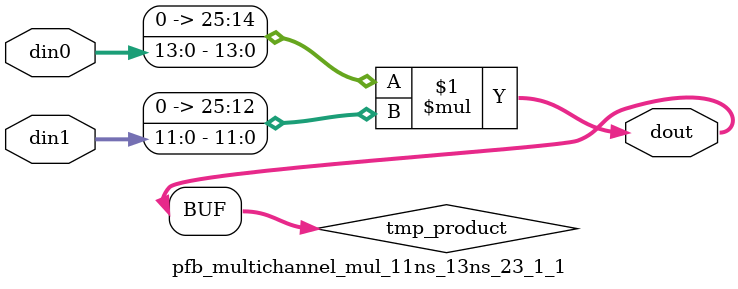
<source format=v>

`timescale 1 ns / 1 ps

  module pfb_multichannel_mul_11ns_13ns_23_1_1(din0, din1, dout);
parameter ID = 1;
parameter NUM_STAGE = 0;
parameter din0_WIDTH = 14;
parameter din1_WIDTH = 12;
parameter dout_WIDTH = 26;

input [din0_WIDTH - 1 : 0] din0; 
input [din1_WIDTH - 1 : 0] din1; 
output [dout_WIDTH - 1 : 0] dout;

wire signed [dout_WIDTH - 1 : 0] tmp_product;










assign tmp_product = $signed({1'b0, din0}) * $signed({1'b0, din1});











assign dout = tmp_product;







endmodule

</source>
